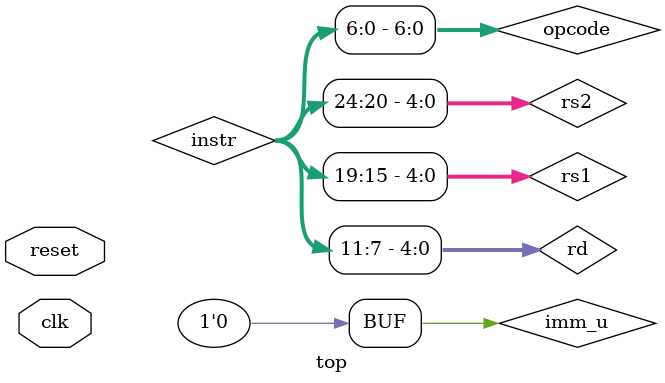
<source format=v>
`timescale 1ns / 1ps


module top (
    input wire clk,
    input wire reset
);

   wire [31:0] pc_current;
    wire [31:0]  pc_next, pc_plus4;
    wire [31:0] rs1_data, rs2_data;
    wire [31:0] imm;
    wire branch_taken;
    wire jump;
    wire jalr;
    wire imm_u;

    PC pc (
        clk,
        reset,
        pc_next,
        pc_current
    );

    assign pc_plus4 = pc_current + 32'b0100;
    assign pc_next = jalr ? (rs1_data + imm): 
                        ( branch_taken ? (pc_current + imm)  :
                         (jump ? (pc_current + imm) : pc_plus4) );

    // ---------------- Instruction Fetch ----------------
    wire [31:0] instr;

    Instr_mem IMEM (
        pc_current,
        instr
    );

    // ---------------- Decode ----------------
    wire [6:0] opcode = instr[6:0];
    wire [2:0] funct3 = instr[14:12];
    wire [4:0] rs1 = instr[19:15];
    wire [4:0] rs2 = instr[24:20];
    wire [4:0] rd = instr[11:7];
    wire [6:0] funct7 = instr[31:25];
    


    // ---------------- Control ----------------
    wire reg_write, mem_read, mem_write;
    wire alu_src;
     wire [1:0]imm_sel;
     wire [3:0]alu_ctrl;
    wire [2:0] load_type;
    wire [1:0] store_type;
    wire [1:0] alu_src_a;

    Control_unit CU (
        opcode,
        funct3,
        funct7,
        rs1_data,
        rs2_data,
        reg_write,
        mem_read,
        mem_write,
        alu_src,
        alu_src_a,
        imm_sel,
        alu_ctrl,
        branch_taken,
        jump,
        jalr,
        load_type,
        store_type
    );

    // ---------------- Immediate ---------------

    Imm_gen IMM (
        instr,
        imm_sel,
        imm
    );

    // ---------------- Register File ----------------
    
     wire [31:0] mem_data;
     wire [31:0] write_data;
     wire [31:0] alu_result;
     wire [31:0] store_data; //for stype
     
    Register_file RF (
        clk,
        reset,
        reg_write,
        rs1,
        rs2,
        rd,
        write_data,
        rs1_data,
        rs2_data
    );

    // ---------------- ALU ----------------
    wire [31:0] alu_b, alu_a;
   assign imm_u = {instr[31:12],12'b0};
   
   assign alu_a = (alu_src_a == 2'b01) ? 31'b0 : ( (alu_src_a == 2'b10) ? pc_current : rs1_data );
    assign alu_b = (alu_src_a[0] || alu_src_a[1]) ? imm_u : (alu_src ? imm : rs2_data);

    ALU alu(
        rs1_data,
        alu_b,
        alu_ctrl,
        alu_result
    );


    // ---------------- Data Memory ----------------
   
    
    


    wire [31:0] load_data;
    
    load_unit LU (
        mem_data,
        alu_result,
        load_type,
        load_data
    );
    
    assign write_data= (jump||jalr)? (pc_plus4) : (mem_read ? load_data : alu_result) ;
    
    store_unit SU (
        alu_result,
        rs2_data,
        store_type,
        mem_data,
        store_data
    );
    
    Data_mem DMEM (
        .clk(clk),
        .mem_read(mem_read),
        .mem_write(mem_write),
        .addr(alu_result),
        .write_data(store_data),
        .read_data(mem_data)
    );
endmodule


</source>
